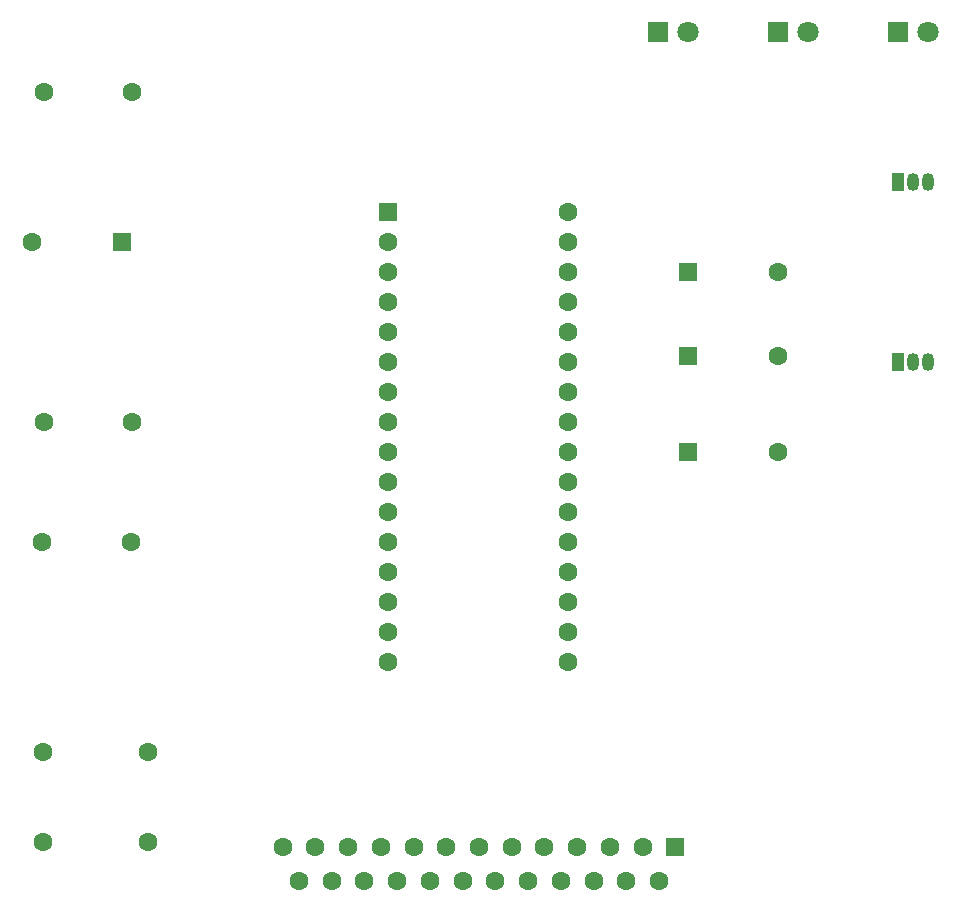
<source format=gbr>
%TF.GenerationSoftware,KiCad,Pcbnew,9.0.3-1.fc42*%
%TF.CreationDate,2025-08-02T14:35:42+08:00*%
%TF.ProjectId,art-coffee-coaster,6172742d-636f-4666-9665-652d636f6173,rev?*%
%TF.SameCoordinates,Original*%
%TF.FileFunction,Soldermask,Bot*%
%TF.FilePolarity,Negative*%
%FSLAX46Y46*%
G04 Gerber Fmt 4.6, Leading zero omitted, Abs format (unit mm)*
G04 Created by KiCad (PCBNEW 9.0.3-1.fc42) date 2025-08-02 14:35:42*
%MOMM*%
%LPD*%
G01*
G04 APERTURE LIST*
G04 Aperture macros list*
%AMRoundRect*
0 Rectangle with rounded corners*
0 $1 Rounding radius*
0 $2 $3 $4 $5 $6 $7 $8 $9 X,Y pos of 4 corners*
0 Add a 4 corners polygon primitive as box body*
4,1,4,$2,$3,$4,$5,$6,$7,$8,$9,$2,$3,0*
0 Add four circle primitives for the rounded corners*
1,1,$1+$1,$2,$3*
1,1,$1+$1,$4,$5*
1,1,$1+$1,$6,$7*
1,1,$1+$1,$8,$9*
0 Add four rect primitives between the rounded corners*
20,1,$1+$1,$2,$3,$4,$5,0*
20,1,$1+$1,$4,$5,$6,$7,0*
20,1,$1+$1,$6,$7,$8,$9,0*
20,1,$1+$1,$8,$9,$2,$3,0*%
G04 Aperture macros list end*
%ADD10RoundRect,0.250000X-0.550000X-0.550000X0.550000X-0.550000X0.550000X0.550000X-0.550000X0.550000X0*%
%ADD11C,1.600000*%
%ADD12R,1.800000X1.800000*%
%ADD13C,1.800000*%
%ADD14R,1.050000X1.500000*%
%ADD15O,1.050000X1.500000*%
%ADD16R,1.600000X1.600000*%
%ADD17RoundRect,0.250000X0.550000X0.550000X-0.550000X0.550000X-0.550000X-0.550000X0.550000X-0.550000X0*%
G04 APERTURE END LIST*
D10*
X124460000Y-73660000D03*
D11*
X124460000Y-76200000D03*
X124460000Y-78740000D03*
X124460000Y-81280000D03*
X124460000Y-83820000D03*
X124460000Y-86360000D03*
X124460000Y-88900000D03*
X124460000Y-91440000D03*
X124460000Y-93980000D03*
X124460000Y-96520000D03*
X124460000Y-99060000D03*
X124460000Y-101600000D03*
X124460000Y-104140000D03*
X124460000Y-106680000D03*
X124460000Y-109220000D03*
X124460000Y-111760000D03*
X139700000Y-111760000D03*
X139700000Y-109220000D03*
X139700000Y-106680000D03*
X139700000Y-104140000D03*
X139700000Y-101600000D03*
X139700000Y-99060000D03*
X139700000Y-96520000D03*
X139700000Y-93980000D03*
X139700000Y-91440000D03*
X139700000Y-88900000D03*
X139700000Y-86360000D03*
X139700000Y-83820000D03*
X139700000Y-81280000D03*
X139700000Y-78740000D03*
X139700000Y-76200000D03*
X139700000Y-73660000D03*
D10*
X149860000Y-93980000D03*
D11*
X157480000Y-93980000D03*
X95310000Y-91440000D03*
X102810000Y-91440000D03*
D12*
X147320000Y-58420000D03*
D13*
X149860000Y-58420000D03*
D14*
X167640000Y-86360000D03*
D15*
X168910000Y-86360000D03*
X170180000Y-86360000D03*
D14*
X167640000Y-71120000D03*
D15*
X168910000Y-71120000D03*
X170180000Y-71120000D03*
D11*
X95250000Y-127000000D03*
X95250000Y-119380000D03*
D12*
X167640000Y-58420000D03*
D13*
X170180000Y-58420000D03*
D10*
X149860000Y-85859000D03*
D11*
X157480000Y-85859000D03*
X95310000Y-63500000D03*
X102810000Y-63500000D03*
X95190700Y-101600000D03*
X102690700Y-101600000D03*
D10*
X149860000Y-78740000D03*
D11*
X157480000Y-78740000D03*
D16*
X148786700Y-127416800D03*
D11*
X146016700Y-127416800D03*
X143246700Y-127416800D03*
X140476700Y-127416800D03*
X137706700Y-127416800D03*
X134936700Y-127416800D03*
X132166700Y-127416800D03*
X129396700Y-127416800D03*
X126626700Y-127416800D03*
X123856700Y-127416800D03*
X121086700Y-127416800D03*
X118316700Y-127416800D03*
X115546700Y-127416800D03*
X147401700Y-130256800D03*
X144631700Y-130256800D03*
X141861700Y-130256800D03*
X139091700Y-130256800D03*
X136321700Y-130256800D03*
X133551700Y-130256800D03*
X130781700Y-130256800D03*
X128011700Y-130256800D03*
X125241700Y-130256800D03*
X122471700Y-130256800D03*
X119701700Y-130256800D03*
X116931700Y-130256800D03*
X104140000Y-127000000D03*
X104140000Y-119380000D03*
D12*
X157480000Y-58420000D03*
D13*
X160020000Y-58420000D03*
D17*
X101970000Y-76200000D03*
D11*
X94350000Y-76200000D03*
M02*

</source>
